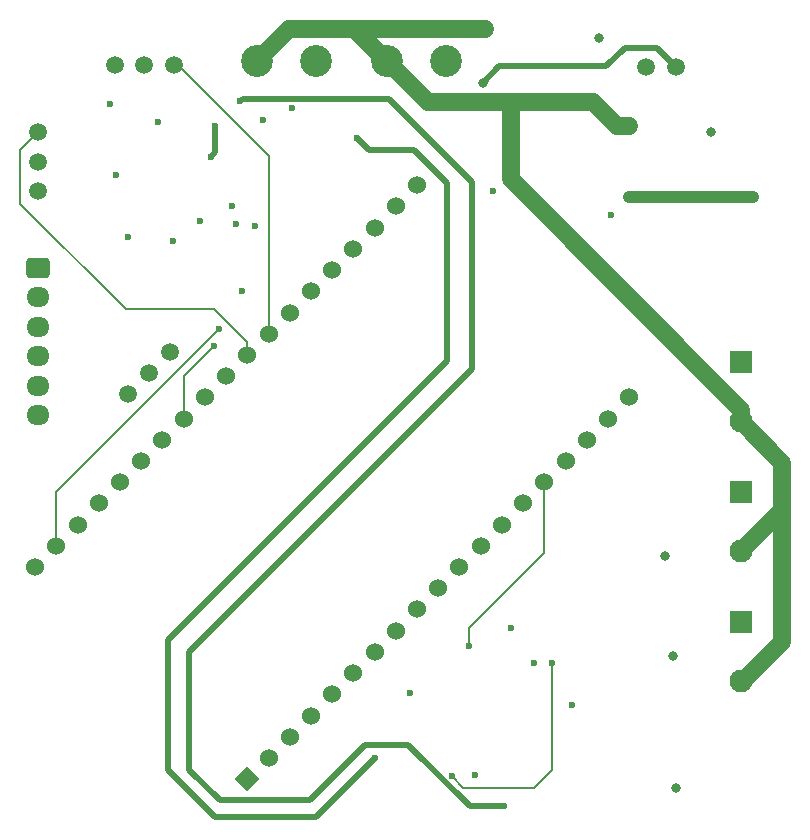
<source format=gbr>
%TF.GenerationSoftware,KiCad,Pcbnew,9.0.1*%
%TF.CreationDate,2025-04-15T15:10:41-07:00*%
%TF.ProjectId,IO:Sensor Board,494f3a53-656e-4736-9f72-20426f617264,rev?*%
%TF.SameCoordinates,Original*%
%TF.FileFunction,Copper,L4,Bot*%
%TF.FilePolarity,Positive*%
%FSLAX46Y46*%
G04 Gerber Fmt 4.6, Leading zero omitted, Abs format (unit mm)*
G04 Created by KiCad (PCBNEW 9.0.1) date 2025-04-15 15:10:41*
%MOMM*%
%LPD*%
G01*
G04 APERTURE LIST*
G04 Aperture macros list*
%AMRoundRect*
0 Rectangle with rounded corners*
0 $1 Rounding radius*
0 $2 $3 $4 $5 $6 $7 $8 $9 X,Y pos of 4 corners*
0 Add a 4 corners polygon primitive as box body*
4,1,4,$2,$3,$4,$5,$6,$7,$8,$9,$2,$3,0*
0 Add four circle primitives for the rounded corners*
1,1,$1+$1,$2,$3*
1,1,$1+$1,$4,$5*
1,1,$1+$1,$6,$7*
1,1,$1+$1,$8,$9*
0 Add four rect primitives between the rounded corners*
20,1,$1+$1,$2,$3,$4,$5,0*
20,1,$1+$1,$4,$5,$6,$7,0*
20,1,$1+$1,$6,$7,$8,$9,0*
20,1,$1+$1,$8,$9,$2,$3,0*%
%AMRotRect*
0 Rectangle, with rotation*
0 The origin of the aperture is its center*
0 $1 length*
0 $2 width*
0 $3 Rotation angle, in degrees counterclockwise*
0 Add horizontal line*
21,1,$1,$2,0,0,$3*%
G04 Aperture macros list end*
%TA.AperFunction,ComponentPad*%
%ADD10C,1.498600*%
%TD*%
%TA.AperFunction,ComponentPad*%
%ADD11R,1.950000X1.950000*%
%TD*%
%TA.AperFunction,ComponentPad*%
%ADD12C,1.950000*%
%TD*%
%TA.AperFunction,ComponentPad*%
%ADD13C,2.700000*%
%TD*%
%TA.AperFunction,ComponentPad*%
%ADD14RotRect,1.530000X1.530000X135.000000*%
%TD*%
%TA.AperFunction,ComponentPad*%
%ADD15C,1.530000*%
%TD*%
%TA.AperFunction,ComponentPad*%
%ADD16RoundRect,0.250000X-0.725000X0.600000X-0.725000X-0.600000X0.725000X-0.600000X0.725000X0.600000X0*%
%TD*%
%TA.AperFunction,ComponentPad*%
%ADD17O,1.950000X1.700000*%
%TD*%
%TA.AperFunction,ViaPad*%
%ADD18C,0.600000*%
%TD*%
%TA.AperFunction,ViaPad*%
%ADD19C,0.800000*%
%TD*%
%TA.AperFunction,Conductor*%
%ADD20C,0.500000*%
%TD*%
%TA.AperFunction,Conductor*%
%ADD21C,0.175000*%
%TD*%
%TA.AperFunction,Conductor*%
%ADD22C,1.500000*%
%TD*%
%TA.AperFunction,Conductor*%
%ADD23C,1.000000*%
%TD*%
%TA.AperFunction,Conductor*%
%ADD24C,0.200000*%
%TD*%
G04 APERTURE END LIST*
D10*
%TO.P,J1,1,1*%
%TO.N,PYRO_1*%
X146142393Y-95606859D03*
%TO.P,J1,2,2*%
%TO.N,PYRO_2*%
X144374626Y-97374626D03*
%TO.P,J1,3,3*%
%TO.N,PYRO_3*%
X142606859Y-99142393D03*
%TD*%
D11*
%TO.P,P2,1,1*%
%TO.N,Net-(P2-Pad1)*%
X194500000Y-107500000D03*
D12*
%TO.P,P2,2,2*%
%TO.N,+12V*%
X194500000Y-112500000D03*
%TD*%
D13*
%TO.P,U10,P$1,+*%
%TO.N,+12V*%
X164500000Y-71000000D03*
%TO.P,U10,P$2,-*%
%TO.N,GND*%
X169500000Y-71000000D03*
%TD*%
D11*
%TO.P,P3,1,1*%
%TO.N,Net-(P3-Pad1)*%
X194500000Y-96500000D03*
D12*
%TO.P,P3,2,2*%
%TO.N,+12V*%
X194500000Y-101500000D03*
%TD*%
D10*
%TO.P,J4,1,1*%
%TO.N,+5V_b*%
X189000000Y-71500000D03*
%TO.P,J4,2,2*%
%TO.N,GND*%
X186500000Y-71500000D03*
%TD*%
%TO.P,J5,1,1*%
%TO.N,SERVO_6*%
X135000000Y-77000000D03*
%TO.P,J5,2,2*%
%TO.N,+5V_b*%
X135000000Y-79500000D03*
%TO.P,J5,3,3*%
%TO.N,GND*%
X135000000Y-82000000D03*
%TD*%
D14*
%TO.P,U2,1,3V3*%
%TO.N,unconnected-(U2-3V3-Pad1)*%
X152703949Y-131796051D03*
D15*
%TO.P,U2,2,EN*%
%TO.N,unconnected-(U2-EN-Pad2)*%
X154500000Y-130000000D03*
%TO.P,U2,3,SENSOR_VP*%
%TO.N,SERVO_1*%
X156296052Y-128203949D03*
%TO.P,U2,4,SENSOR_VN*%
%TO.N,SERVO_2*%
X158092103Y-126407897D03*
%TO.P,U2,5,IO34*%
%TO.N,SERVO_3*%
X159888154Y-124611846D03*
%TO.P,U2,6,IO35*%
%TO.N,SERVO_4*%
X161684205Y-122815795D03*
%TO.P,U2,7,IO32*%
%TO.N,PYRO_4*%
X163480257Y-121019744D03*
%TO.P,U2,8,IO33*%
%TO.N,PYRO_5*%
X165276308Y-119223693D03*
%TO.P,U2,9,IO25*%
%TO.N,unconnected-(U2-IO25-Pad9)*%
X167072359Y-117427641D03*
%TO.P,U2,10,IO26*%
%TO.N,unconnected-(U2-IO26-Pad10)*%
X168868410Y-115631590D03*
%TO.P,U2,11,IO27*%
%TO.N,unconnected-(U2-IO27-Pad11)*%
X170664461Y-113835539D03*
%TO.P,U2,12,IO14*%
%TO.N,ICM_CLK*%
X172460513Y-112039488D03*
%TO.P,U2,13,IO12*%
%TO.N,ICM_MISO*%
X174256564Y-110243436D03*
%TO.P,U2,14,GND1*%
%TO.N,GND*%
X176052615Y-108447385D03*
%TO.P,U2,15,IO13*%
%TO.N,ICM_MOSI*%
X177848666Y-106651334D03*
%TO.P,U2,16,SD2*%
%TO.N,PYRO_6*%
X179644718Y-104855283D03*
%TO.P,U2,17,SD3*%
%TO.N,PYRO_7*%
X181440769Y-103059231D03*
%TO.P,U2,18,CMD*%
%TO.N,PYRO_8*%
X183236820Y-101263180D03*
%TO.P,U2,19,EXT_5V*%
%TO.N,+5V_a*%
X185032871Y-99467129D03*
%TO.P,U2,20,CLK*%
%TO.N,unconnected-(U2-CLK-Pad20)*%
X167072359Y-81506617D03*
%TO.P,U2,21,SD0*%
%TO.N,unconnected-(U2-SD0-Pad21)*%
X165276308Y-83302668D03*
%TO.P,U2,22,SD1*%
%TO.N,unconnected-(U2-SD1-Pad22)*%
X163480257Y-85098719D03*
%TO.P,U2,23,IO15*%
%TO.N,ICM_CS*%
X161684205Y-86894770D03*
%TO.P,U2,24,IO2*%
%TO.N,unconnected-(U2-IO2-Pad24)*%
X159888154Y-88690822D03*
%TO.P,U2,25,IO0*%
%TO.N,unconnected-(U2-IO0-Pad25)*%
X158092103Y-90486873D03*
%TO.P,U2,26,IO4*%
%TO.N,unconnected-(U2-IO4-Pad26)*%
X156296052Y-92282924D03*
%TO.P,U2,27,IO16*%
%TO.N,SERVO_5*%
X154500000Y-94078975D03*
%TO.P,U2,28,IO17*%
%TO.N,SERVO_6*%
X152703949Y-95875027D03*
%TO.P,U2,29,IO5*%
%TO.N,BMP_CS*%
X150907898Y-97671078D03*
%TO.P,U2,30,IO18*%
%TO.N,BMP_CLK*%
X149111847Y-99467129D03*
%TO.P,U2,31,IO19*%
%TO.N,BMP_MISO*%
X147315795Y-101263180D03*
%TO.P,U2,32,GND2*%
%TO.N,GND*%
X145519744Y-103059231D03*
%TO.P,U2,33,IO21*%
%TO.N,unconnected-(U2-IO21-Pad33)*%
X143723693Y-104855283D03*
%TO.P,U2,34,RXD0*%
%TO.N,PYRO_1*%
X141927642Y-106651334D03*
%TO.P,U2,35,TXD0*%
%TO.N,PYRO_2*%
X140131591Y-108447385D03*
%TO.P,U2,36,IO22*%
%TO.N,PYRO_3*%
X138335539Y-110243436D03*
%TO.P,U2,37,IO23*%
%TO.N,BMP_MOSI*%
X136539488Y-112039488D03*
%TO.P,U2,38,GND3*%
%TO.N,GND*%
X134743437Y-113835539D03*
%TD*%
D10*
%TO.P,J2,1,1*%
%TO.N,SERVO_5*%
X146466600Y-71329801D03*
%TO.P,J2,2,2*%
%TO.N,+5V_b*%
X143966600Y-71329801D03*
%TO.P,J2,3,3*%
%TO.N,GND*%
X141466600Y-71329801D03*
%TD*%
D16*
%TO.P,J3,1,1*%
%TO.N,SERVO_1*%
X135000000Y-88500000D03*
D17*
%TO.P,J3,2,2*%
%TO.N,SERVO_2*%
X135000000Y-91000000D03*
%TO.P,J3,3,3*%
%TO.N,SERVO_3*%
X135000000Y-93500000D03*
%TO.P,J3,4,4*%
%TO.N,SERVO_4*%
X135000000Y-95999999D03*
%TO.P,J3,5,5*%
%TO.N,PYRO_4*%
X134999999Y-98499999D03*
%TO.P,J3,6,6*%
%TO.N,PYRO_5*%
X135000000Y-101000000D03*
%TD*%
D11*
%TO.P,P1,1,1*%
%TO.N,Net-(P1-Pad1)*%
X194462500Y-118500000D03*
D12*
%TO.P,P1,2,2*%
%TO.N,+12V*%
X194462500Y-123500000D03*
%TD*%
D13*
%TO.P,U8,P$1,+*%
%TO.N,+12V*%
X153500000Y-71000000D03*
%TO.P,U8,P$2,-*%
%TO.N,GND*%
X158500000Y-71000000D03*
%TD*%
D18*
%TO.N,GND*%
X145175302Y-76186325D03*
D19*
X189000000Y-132500000D03*
D18*
X152231775Y-90500000D03*
D19*
X188080000Y-112900000D03*
D18*
X156500000Y-75000000D03*
X146424375Y-86251819D03*
D19*
X188760000Y-121350001D03*
D18*
X180200001Y-125500000D03*
X141611915Y-80682712D03*
X154001213Y-75963252D03*
X151725629Y-84821974D03*
X142588226Y-85903759D03*
X177000000Y-122000000D03*
X183500000Y-84000000D03*
X153326086Y-84938125D03*
X172000001Y-131400001D03*
D19*
X182500000Y-69000000D03*
D18*
X173500000Y-82000000D03*
X175000000Y-119000000D03*
X148702748Y-84521454D03*
D19*
X192000000Y-77000000D03*
D18*
X166500001Y-124500001D03*
X151376086Y-83238125D03*
X141094532Y-74629459D03*
D19*
%TO.N,+5V_b*%
X172650000Y-72850000D03*
D18*
%TO.N,ICM_MOSI*%
X171500000Y-120500000D03*
%TO.N,+3.3V_b*%
X152100000Y-74400000D03*
X174400000Y-134100000D03*
X150000000Y-76500000D03*
X149600000Y-79100000D03*
D19*
%TO.N,+12V*%
X185000000Y-76500000D03*
X172800000Y-68251000D03*
%TO.N,Net-(JP2-A)*%
X185000000Y-82500000D03*
X195500000Y-82500000D03*
D18*
%TO.N,+1.8V*%
X163500000Y-130000000D03*
X162000000Y-77500000D03*
%TO.N,ICM_MISO*%
X178500000Y-122000000D03*
X170000000Y-131500000D03*
%TO.N,BMP_MISO*%
X149850000Y-95150000D03*
%TO.N,BMP_MOSI*%
X150300000Y-93700000D03*
%TD*%
D20*
%TO.N,+5V_b*%
X172650000Y-72850000D02*
X174050000Y-71450000D01*
X184700000Y-69850000D02*
X187350000Y-69850000D01*
X174050000Y-71450000D02*
X183100000Y-71450000D01*
X183100000Y-71450000D02*
X184700000Y-69850000D01*
X187350000Y-69850000D02*
X189000000Y-71500000D01*
D21*
%TO.N,ICM_MOSI*%
X171500000Y-119000000D02*
X177848666Y-112651334D01*
X177848666Y-112651334D02*
X177848666Y-106651334D01*
X171500000Y-120500000D02*
X171500000Y-119000000D01*
D20*
%TO.N,+3.3V_b*%
X149600000Y-79100000D02*
X150000000Y-78700000D01*
X158000000Y-133600000D02*
X162700000Y-128900000D01*
X162700000Y-128900000D02*
X166337925Y-128900000D01*
X152300000Y-74200000D02*
X164691364Y-74200000D01*
X171701000Y-97099000D02*
X147800000Y-121000000D01*
X150400000Y-133600000D02*
X158000000Y-133600000D01*
X147800000Y-121000000D02*
X147800000Y-131000000D01*
X152100000Y-74400000D02*
X152300000Y-74200000D01*
X150000000Y-78700000D02*
X150000000Y-76500000D01*
X171701000Y-81209636D02*
X171701000Y-97099000D01*
X171537925Y-134100000D02*
X174400000Y-134100000D01*
X166337925Y-128900000D02*
X171537925Y-134100000D01*
X164691364Y-74200000D02*
X171701000Y-81209636D01*
X147800000Y-131000000D02*
X150400000Y-133600000D01*
D22*
%TO.N,+12V*%
X161751000Y-68251000D02*
X164500000Y-71000000D01*
X198000000Y-120162500D02*
X194662500Y-123500000D01*
X168000000Y-74500000D02*
X175000000Y-74500000D01*
X175000000Y-74500000D02*
X175000000Y-81000000D01*
X198000000Y-109000000D02*
X198000000Y-120162500D01*
X184000000Y-76500000D02*
X185000000Y-76500000D01*
X198000000Y-109000000D02*
X194500000Y-112500000D01*
X182000000Y-74500000D02*
X183500000Y-76000000D01*
X194500000Y-101500000D02*
X198000000Y-105000000D01*
X164500000Y-71000000D02*
X168000000Y-74500000D01*
X180500000Y-74500000D02*
X182000000Y-74500000D01*
X198000000Y-105000000D02*
X198000000Y-109000000D01*
X194500000Y-100500000D02*
X194500000Y-101500000D01*
X161751000Y-68251000D02*
X172800000Y-68251000D01*
X183500000Y-76000000D02*
X184000000Y-76500000D01*
X175000000Y-81000000D02*
X194500000Y-100500000D01*
X175000000Y-74500000D02*
X180500000Y-74500000D01*
X153500000Y-71000000D02*
X156249000Y-68251000D01*
X156249000Y-68251000D02*
X161751000Y-68251000D01*
D23*
%TO.N,Net-(JP2-A)*%
X195500000Y-82500000D02*
X185000000Y-82500000D01*
D24*
%TO.N,SERVO_5*%
X146500000Y-71000000D02*
X154500000Y-79000000D01*
X154500000Y-79000000D02*
X154500000Y-94078975D01*
%TO.N,SERVO_6*%
X135000000Y-77000000D02*
X133500000Y-78500000D01*
X133500000Y-78500000D02*
X133500000Y-83100000D01*
X142400000Y-92000000D02*
X149910795Y-92000000D01*
X149910795Y-92000000D02*
X152703949Y-94793154D01*
X133500000Y-83100000D02*
X142400000Y-92000000D01*
X152703949Y-94793154D02*
X152703949Y-95875027D01*
D20*
%TO.N,+1.8V*%
X163500000Y-130000000D02*
X158500000Y-135000000D01*
X158500000Y-135000000D02*
X150000000Y-135000000D01*
X146000000Y-120000000D02*
X169600000Y-96400000D01*
X150000000Y-135000000D02*
X146000000Y-131000000D01*
X166800000Y-78500000D02*
X163000000Y-78500000D01*
X163000000Y-78500000D02*
X162000000Y-77500000D01*
X169600000Y-96400000D02*
X169600000Y-81300000D01*
X146000000Y-131000000D02*
X146000000Y-120000000D01*
X169600000Y-81300000D02*
X166800000Y-78500000D01*
D21*
%TO.N,ICM_MISO*%
X170000000Y-131500000D02*
X171000000Y-132500000D01*
X171000000Y-132500000D02*
X177000000Y-132500000D01*
X177000000Y-132500000D02*
X178500000Y-131000000D01*
X178500000Y-131000000D02*
X178500000Y-122000000D01*
%TO.N,BMP_MISO*%
X149850000Y-95150000D02*
X147315795Y-97684205D01*
X147315795Y-97684205D02*
X147315795Y-101263180D01*
%TO.N,BMP_MOSI*%
X150300000Y-93700000D02*
X136539488Y-107460512D01*
X136539488Y-107460512D02*
X136539488Y-112039488D01*
%TD*%
M02*

</source>
